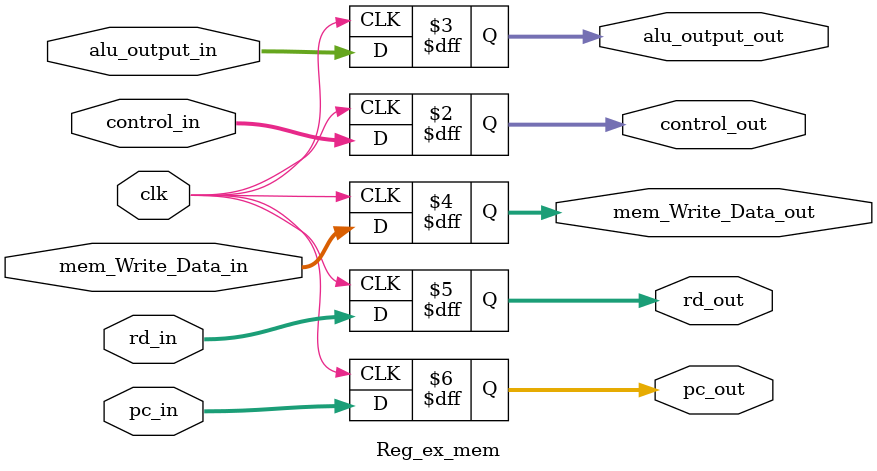
<source format=v>
module Reg_ex_mem(control_out,alu_output_out,mem_Write_Data_out,rd_out,pc_out,
                  control_in,alu_output_in,mem_Write_Data_in,rd_in,pc_in,clk);
    output reg [4:0] control_out;
    output reg [31:0] alu_output_out;
    output reg [31:0] mem_Write_Data_out;
    output reg [4:0] rd_out;
    output reg [14:0] pc_out;
    input wire [14:0] pc_in;
    input wire [4:0] control_in;
    input wire [31:0] alu_output_in;
    input wire [31:0] mem_Write_Data_in;
    input wire [4:0] rd_in;
    input wire clk;

    always @(posedge clk)begin
        control_out <= control_in;
        alu_output_out <= alu_output_in;
        mem_Write_Data_out <= mem_Write_Data_in;
        rd_out <= rd_in;
        pc_out <= pc_in;
    end
endmodule
</source>
